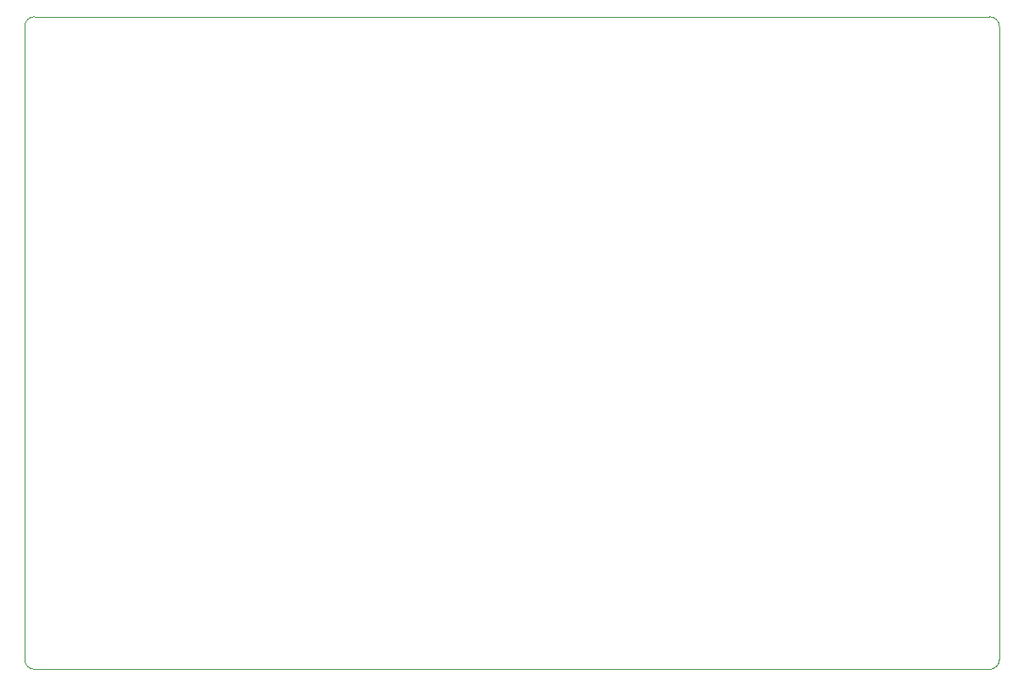
<source format=gm1>
G04*
G04 #@! TF.GenerationSoftware,Altium Limited,CircuitMaker,2.2.1 (2.2.1.6)*
G04*
G04 Layer_Color=16740166*
%FSLAX25Y25*%
%MOIN*%
G70*
G04*
G04 #@! TF.SameCoordinates,0C0BB1EE-0056-4C80-8B96-835DB9A5DFF7*
G04*
G04*
G04 #@! TF.FilePolarity,Positive*
G04*
G01*
G75*
%ADD106C,0.00197*%
D106*
X100000Y103937D02*
G03*
X103937Y100000I3937J0D01*
G01*
Y356299D02*
G03*
X100000Y352362I0J-3937D01*
G01*
X482677Y352362D02*
G03*
X478740Y356299I-3937J0D01*
G01*
X478740Y100000D02*
G03*
X482677Y103937I0J3937D01*
G01*
X103937Y100000D02*
X478740D01*
X100000Y103937D02*
Y352362D01*
X103937Y356299D02*
X478740D01*
X482677Y103937D02*
Y352362D01*
M02*

</source>
